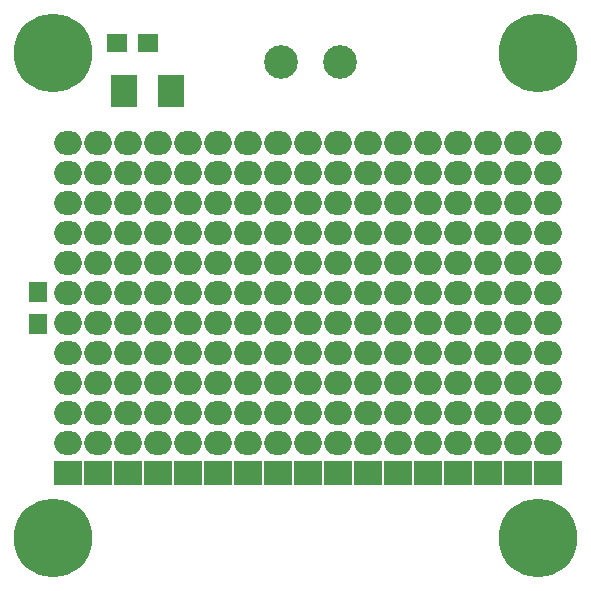
<source format=gts>
G04 #@! TF.FileFunction,Soldermask,Top*
%FSLAX46Y46*%
G04 Gerber Fmt 4.6, Leading zero omitted, Abs format (unit mm)*
G04 Created by KiCad (PCBNEW 4.0.1-stable) date 10/1/2016 10:42:31 PM*
%MOMM*%
G01*
G04 APERTURE LIST*
%ADD10C,0.150000*%
%ADD11C,6.654800*%
%ADD12C,2.844800*%
%ADD13R,2.336800X2.032000*%
%ADD14O,2.336800X2.032000*%
%ADD15R,2.304800X2.804800*%
%ADD16R,1.604800X1.804800*%
%ADD17R,1.804800X1.604800*%
G04 APERTURE END LIST*
D10*
D11*
X14000000Y-55000000D03*
X55000000Y-55000000D03*
X55000000Y-14000000D03*
X14000000Y-14000000D03*
D12*
X33274000Y-14732000D03*
X38274000Y-14732000D03*
D13*
X15240000Y-49530000D03*
D14*
X15240000Y-46990000D03*
X15240000Y-44450000D03*
X15240000Y-41910000D03*
X15240000Y-39370000D03*
X15240000Y-36830000D03*
X15240000Y-34290000D03*
X15240000Y-31750000D03*
X15240000Y-29210000D03*
X15240000Y-26670000D03*
X15240000Y-24130000D03*
X15240000Y-21590000D03*
D13*
X17780000Y-49530000D03*
D14*
X17780000Y-46990000D03*
X17780000Y-44450000D03*
X17780000Y-41910000D03*
X17780000Y-39370000D03*
X17780000Y-36830000D03*
X17780000Y-34290000D03*
X17780000Y-31750000D03*
X17780000Y-29210000D03*
X17780000Y-26670000D03*
X17780000Y-24130000D03*
X17780000Y-21590000D03*
D13*
X20320000Y-49530000D03*
D14*
X20320000Y-46990000D03*
X20320000Y-44450000D03*
X20320000Y-41910000D03*
X20320000Y-39370000D03*
X20320000Y-36830000D03*
X20320000Y-34290000D03*
X20320000Y-31750000D03*
X20320000Y-29210000D03*
X20320000Y-26670000D03*
X20320000Y-24130000D03*
X20320000Y-21590000D03*
D13*
X22860000Y-49530000D03*
D14*
X22860000Y-46990000D03*
X22860000Y-44450000D03*
X22860000Y-41910000D03*
X22860000Y-39370000D03*
X22860000Y-36830000D03*
X22860000Y-34290000D03*
X22860000Y-31750000D03*
X22860000Y-29210000D03*
X22860000Y-26670000D03*
X22860000Y-24130000D03*
X22860000Y-21590000D03*
D13*
X25400000Y-49530000D03*
D14*
X25400000Y-46990000D03*
X25400000Y-44450000D03*
X25400000Y-41910000D03*
X25400000Y-39370000D03*
X25400000Y-36830000D03*
X25400000Y-34290000D03*
X25400000Y-31750000D03*
X25400000Y-29210000D03*
X25400000Y-26670000D03*
X25400000Y-24130000D03*
X25400000Y-21590000D03*
D13*
X27940000Y-49530000D03*
D14*
X27940000Y-46990000D03*
X27940000Y-44450000D03*
X27940000Y-41910000D03*
X27940000Y-39370000D03*
X27940000Y-36830000D03*
X27940000Y-34290000D03*
X27940000Y-31750000D03*
X27940000Y-29210000D03*
X27940000Y-26670000D03*
X27940000Y-24130000D03*
X27940000Y-21590000D03*
D13*
X35560000Y-49530000D03*
D14*
X35560000Y-46990000D03*
X35560000Y-44450000D03*
X35560000Y-41910000D03*
X35560000Y-39370000D03*
X35560000Y-36830000D03*
X35560000Y-34290000D03*
X35560000Y-31750000D03*
X35560000Y-29210000D03*
X35560000Y-26670000D03*
X35560000Y-24130000D03*
X35560000Y-21590000D03*
D13*
X33020000Y-49530000D03*
D14*
X33020000Y-46990000D03*
X33020000Y-44450000D03*
X33020000Y-41910000D03*
X33020000Y-39370000D03*
X33020000Y-36830000D03*
X33020000Y-34290000D03*
X33020000Y-31750000D03*
X33020000Y-29210000D03*
X33020000Y-26670000D03*
X33020000Y-24130000D03*
X33020000Y-21590000D03*
D13*
X40640000Y-49530000D03*
D14*
X40640000Y-46990000D03*
X40640000Y-44450000D03*
X40640000Y-41910000D03*
X40640000Y-39370000D03*
X40640000Y-36830000D03*
X40640000Y-34290000D03*
X40640000Y-31750000D03*
X40640000Y-29210000D03*
X40640000Y-26670000D03*
X40640000Y-24130000D03*
X40640000Y-21590000D03*
D13*
X43180000Y-49530000D03*
D14*
X43180000Y-46990000D03*
X43180000Y-44450000D03*
X43180000Y-41910000D03*
X43180000Y-39370000D03*
X43180000Y-36830000D03*
X43180000Y-34290000D03*
X43180000Y-31750000D03*
X43180000Y-29210000D03*
X43180000Y-26670000D03*
X43180000Y-24130000D03*
X43180000Y-21590000D03*
D13*
X30480000Y-49530000D03*
D14*
X30480000Y-46990000D03*
X30480000Y-44450000D03*
X30480000Y-41910000D03*
X30480000Y-39370000D03*
X30480000Y-36830000D03*
X30480000Y-34290000D03*
X30480000Y-31750000D03*
X30480000Y-29210000D03*
X30480000Y-26670000D03*
X30480000Y-24130000D03*
X30480000Y-21590000D03*
D13*
X38100000Y-49530000D03*
D14*
X38100000Y-46990000D03*
X38100000Y-44450000D03*
X38100000Y-41910000D03*
X38100000Y-39370000D03*
X38100000Y-36830000D03*
X38100000Y-34290000D03*
X38100000Y-31750000D03*
X38100000Y-29210000D03*
X38100000Y-26670000D03*
X38100000Y-24130000D03*
X38100000Y-21590000D03*
D13*
X45720000Y-49530000D03*
D14*
X45720000Y-46990000D03*
X45720000Y-44450000D03*
X45720000Y-41910000D03*
X45720000Y-39370000D03*
X45720000Y-36830000D03*
X45720000Y-34290000D03*
X45720000Y-31750000D03*
X45720000Y-29210000D03*
X45720000Y-26670000D03*
X45720000Y-24130000D03*
X45720000Y-21590000D03*
D13*
X48260000Y-49530000D03*
D14*
X48260000Y-46990000D03*
X48260000Y-44450000D03*
X48260000Y-41910000D03*
X48260000Y-39370000D03*
X48260000Y-36830000D03*
X48260000Y-34290000D03*
X48260000Y-31750000D03*
X48260000Y-29210000D03*
X48260000Y-26670000D03*
X48260000Y-24130000D03*
X48260000Y-21590000D03*
D13*
X50800000Y-49530000D03*
D14*
X50800000Y-46990000D03*
X50800000Y-44450000D03*
X50800000Y-41910000D03*
X50800000Y-39370000D03*
X50800000Y-36830000D03*
X50800000Y-34290000D03*
X50800000Y-31750000D03*
X50800000Y-29210000D03*
X50800000Y-26670000D03*
X50800000Y-24130000D03*
X50800000Y-21590000D03*
D13*
X53340000Y-49530000D03*
D14*
X53340000Y-46990000D03*
X53340000Y-44450000D03*
X53340000Y-41910000D03*
X53340000Y-39370000D03*
X53340000Y-36830000D03*
X53340000Y-34290000D03*
X53340000Y-31750000D03*
X53340000Y-29210000D03*
X53340000Y-26670000D03*
X53340000Y-24130000D03*
X53340000Y-21590000D03*
D13*
X55880000Y-49530000D03*
D14*
X55880000Y-46990000D03*
X55880000Y-44450000D03*
X55880000Y-41910000D03*
X55880000Y-39370000D03*
X55880000Y-36830000D03*
X55880000Y-34290000D03*
X55880000Y-31750000D03*
X55880000Y-29210000D03*
X55880000Y-26670000D03*
X55880000Y-24130000D03*
X55880000Y-21590000D03*
D15*
X19971000Y-17145000D03*
X23971000Y-17145000D03*
D16*
X12700000Y-34210000D03*
X12700000Y-36910000D03*
D17*
X19351000Y-13081000D03*
X22051000Y-13081000D03*
M02*

</source>
